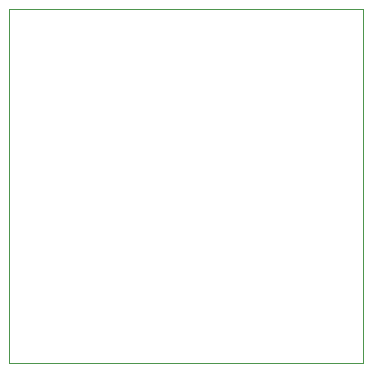
<source format=gm1>
G04 #@! TF.GenerationSoftware,KiCad,Pcbnew,(5.1.12)-1*
G04 #@! TF.CreationDate,2022-01-26T09:33:29+03:00*
G04 #@! TF.ProjectId,d_watch_v2,645f7761-7463-4685-9f76-322e6b696361,rev?*
G04 #@! TF.SameCoordinates,Original*
G04 #@! TF.FileFunction,Profile,NP*
%FSLAX46Y46*%
G04 Gerber Fmt 4.6, Leading zero omitted, Abs format (unit mm)*
G04 Created by KiCad (PCBNEW (5.1.12)-1) date 2022-01-26 09:33:29*
%MOMM*%
%LPD*%
G01*
G04 APERTURE LIST*
G04 #@! TA.AperFunction,Profile*
%ADD10C,0.038100*%
G04 #@! TD*
G04 APERTURE END LIST*
D10*
X100000000Y-60000000D02*
X100000000Y-30000000D01*
X100000000Y-60000000D02*
X130000000Y-60000000D01*
X130000000Y-30000000D02*
X130000000Y-60000000D01*
X100000000Y-30000000D02*
X130000000Y-30000000D01*
M02*

</source>
